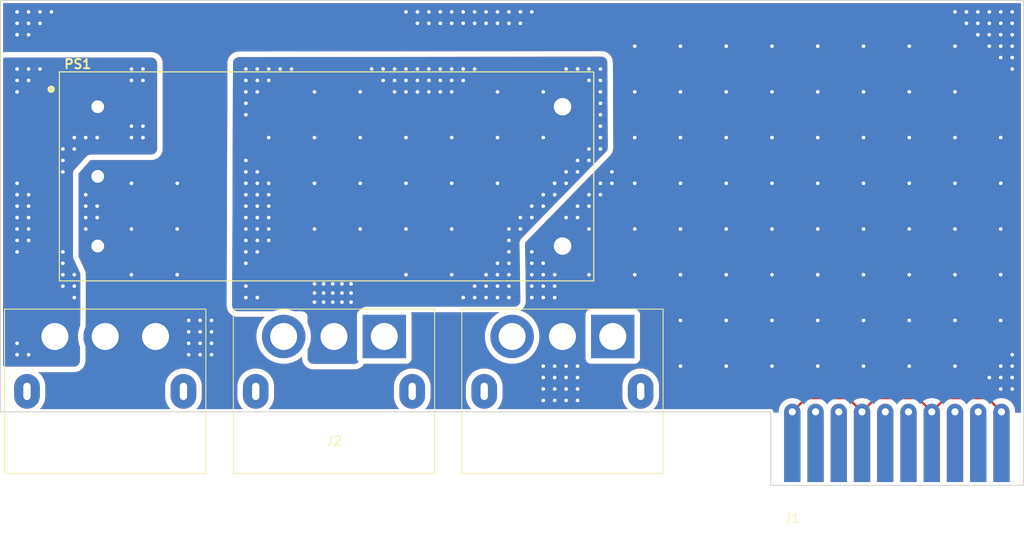
<source format=kicad_pcb>
(kicad_pcb (version 20240108) (generator "pcbnew") (generator_version "8.0")
  (layers (0 "F.Cu" signal) (31 "B.Cu" signal) (34 "B.Paste" user) (35 "F.Paste" user) (36 "B.SilkS" user "B.Silkscreen") (37 "F.SilkS" user "F.Silkscreen") (38 "B.Mask" user) (39 "F.Mask" user) (44 "Edge.Cuts" user))
  (net 0 "")
  (net 1 "GND1")
  (net 6 "/48v")
  (net 8 "GND2")
  (net 11 "/12v_2")
  (footprint "2024-power:Murata DCE0133V2NBC" (layer "F.Cu") (at 92.12 62.815)
    (property "Reference" "PS1" (at 2 -0.85 0) (layer "F.SilkS") (effects (font (thickness 0.2) (bold yes))))
    (property "Value" "DCE0133V2NBC")
    (fp_rect (start 0 22.86) (end 58.4 0) (stroke (width 0.12)) (fill none) (layer "F.SilkS"))
    (fp_circle (center -0.9 1.9) (end -0.7 1.9) (stroke (width 0.4)) (fill none) (layer "F.SilkS"))
    (pad "1" thru_hole rect (at 4.19 3.81) (size 2.1 2.1) (drill 1.4) (layers "*.Cu" "*.Mask") (net 6 "/48v"))
    (pad "2" thru_hole circle (at 4.19 11.43) (size 2.1 2.1) (drill 1.4) (layers "*.Cu" "*.Mask") (net 8 "GND2"))
    (pad "3" thru_hole circle (at 4.19 19.05) (size 2.1 2.1) (drill 1.4) (layers "*.Cu" "*.Mask") (net 8 "GND2"))
    (pad "4" thru_hole circle (at 54.99 19.05) (size 2.61 2.61) (drill 1.91) (layers "*.Cu" "*.Mask") (net 8 "GND2"))
    (pad "8" thru_hole circle (at 54.99 3.81) (size 2.61 2.61) (drill 1.91) (layers "*.Cu" "*.Mask") (net 11 "/12v_2"))
  )
  (footprint "2024-backplane:MR60PW-M_X3" (layer "F.Cu") (at 122.13 91.76)
    (property "Reference" "J2" (at 0 11.43 0) (layer "F.SilkS") (effects (font (thickness 0.1))))
    (property "Value" "~")
    (fp_rect (start -36 -3) (end -14 15) (stroke (width 0.1)) (fill none) (layer "F.SilkS"))
    (fp_rect (start -11 -3) (end 11 15) (stroke (width 0.1)) (fill none) (layer "F.SilkS"))
    (fp_rect (start 13.97 -3) (end 35.97 15) (stroke (width 0.1)) (fill none) (layer "F.SilkS"))
    (pad "" thru_hole oval (at -33.55 6) (size 2.8 3.8) (drill oval 0.8 1.9) (layers "*.Cu" "*.Mask"))
    (pad "" thru_hole oval (at -16.45 6) (size 2.8 3.8) (drill oval 0.8 1.9) (layers "*.Cu" "*.Mask"))
    (pad "" thru_hole oval (at -8.55 6) (size 2.8 3.8) (drill oval 0.8 1.9) (layers "*.Cu" "*.Mask"))
    (pad "" thru_hole oval (at 8.55 6) (size 2.8 3.8) (drill oval 0.8 1.9) (layers "*.Cu" "*.Mask"))
    (pad "" thru_hole oval (at 16.42 6) (size 2.8 3.8) (drill oval 0.8 1.9) (layers "*.Cu" "*.Mask"))
    (pad "" thru_hole oval (at 33.52 6) (size 2.8 3.8) (drill oval 0.8 1.9) (layers "*.Cu" "*.Mask"))
    (pad "1" thru_hole circle (at -30.5 0) (size 4.75 4.75) (drill 2.95) (layers "*.Cu" "*.Mask") (net 6 "/48v"))
    (pad "2" thru_hole circle (at -25 0) (size 4.75 4.75) (drill 2.95) (layers "*.Cu" "*.Mask") (net 8 "GND2"))
    (pad "3" thru_hole rect (at -19.5 0) (size 4.75 4.75) (drill 2.95) (layers "*.Cu" "*.Mask") (net 8 "GND2"))
    (pad "4" thru_hole circle (at -5.5 0) (size 4.75 4.75) (drill 2.95) (layers "*.Cu" "*.Mask"))
    (pad "5" thru_hole circle (at 0 0) (size 4.75 4.75) (drill 2.95) (layers "*.Cu" "*.Mask") (net 11 "/12v_2"))
    (pad "6" thru_hole rect (at 5.5 0) (size 4.75 4.75) (drill 2.95) (layers "*.Cu" "*.Mask"))
    (pad "7" thru_hole circle (at 19.47 0) (size 4.75 4.75) (drill 2.95) (layers "*.Cu" "*.Mask"))
    (pad "8" thru_hole circle (at 24.97 0) (size 4.75 4.75) (drill 2.95) (layers "*.Cu" "*.Mask") (net 8 "GND2"))
    (pad "9" thru_hole rect (at 30.47 0) (size 4.75 4.75) (drill 2.95) (layers "*.Cu" "*.Mask"))
  )
  (footprint "2024-backplane:CardEdge_2x10" (layer "F.Cu") (at 172.22 104)
    (property "Reference" "J1" (at 0 7.62 0) (layer "F.SilkS") (effects (font (thickness 0.1))))
    (property "Value" "Conn_01x10_Pin")
    (pad "1" thru_hole circle (at 0 -4 180) (size 1.78 1.78) (drill 0.78) (layers "*.Cu" "*.Mask") (net 1 "GND1"))
    (pad "1" smd rect (at 0 -0.17 180) (size 1.78 7.7) (layers "F.Cu" "F.Paste" "F.Mask") (net 1 "GND1"))
    (pad "1" smd rect (at 0 -0.17) (size 1.78 7.7) (layers "B.Cu" "B.Paste" "B.Mask") (net 1 "GND1"))
    (pad "2" thru_hole circle (at 2.54 -4 180) (size 1.78 1.78) (drill 0.78) (layers "*.Cu" "*.Mask"))
    (pad "2" smd rect (at 2.54 -0.17 180) (size 1.78 7.7) (layers "F.Cu" "F.Paste" "F.Mask"))
    (pad "2" smd rect (at 2.54 -0.17) (size 1.78 7.7) (layers "B.Cu" "B.Paste" "B.Mask"))
    (pad "3" thru_hole circle (at 5.08 -4 180) (size 1.78 1.78) (drill 0.78) (layers "*.Cu" "*.Mask"))
    (pad "3" smd rect (at 5.08 -0.17 180) (size 1.78 7.7) (layers "F.Cu" "F.Paste" "F.Mask"))
    (pad "3" smd rect (at 5.08 -0.17) (size 1.78 7.7) (layers "B.Cu" "B.Paste" "B.Mask"))
    (pad "4" thru_hole circle (at 7.62 -4 180) (size 1.78 1.78) (drill 0.78) (layers "*.Cu" "*.Mask") (net 1 "GND1"))
    (pad "4" smd rect (at 7.62 -0.17 180) (size 1.78 7.7) (layers "F.Cu" "F.Paste" "F.Mask") (net 1 "GND1"))
    (pad "4" smd rect (at 7.62 -0.17) (size 1.78 7.7) (layers "B.Cu" "B.Paste" "B.Mask") (net 1 "GND1"))
    (pad "5" thru_hole circle (at 10.16 -4 180) (size 1.78 1.78) (drill 0.78) (layers "*.Cu" "*.Mask"))
    (pad "5" smd rect (at 10.16 -0.17 180) (size 1.78 7.7) (layers "F.Cu" "F.Paste" "F.Mask"))
    (pad "5" smd rect (at 10.16 -0.17) (size 1.78 7.7) (layers "B.Cu" "B.Paste" "B.Mask"))
    (pad "6" thru_hole circle (at 12.7 -4 180) (size 1.78 1.78) (drill 0.78) (layers "*.Cu" "*.Mask"))
    (pad "6" smd rect (at 12.7 -0.17 180) (size 1.78 7.7) (layers "F.Cu" "F.Paste" "F.Mask"))
    (pad "6" smd rect (at 12.7 -0.17) (size 1.78 7.7) (layers "B.Cu" "B.Paste" "B.Mask"))
    (pad "7" thru_hole circle (at 15.24 -4 180) (size 1.78 1.78) (drill 0.78) (layers "*.Cu" "*.Mask") (net 1 "GND1"))
    (pad "7" smd rect (at 15.24 -0.17 180) (size 1.78 7.7) (layers "F.Cu" "F.Paste" "F.Mask") (net 1 "GND1"))
    (pad "7" smd rect (at 15.24 -0.17) (size 1.78 7.7) (layers "B.Cu" "B.Paste" "B.Mask") (net 1 "GND1"))
    (pad "8" thru_hole circle (at 17.78 -4 180) (size 1.78 1.78) (drill 0.78) (layers "*.Cu" "*.Mask"))
    (pad "8" smd rect (at 17.78 -0.17 180) (size 1.78 7.7) (layers "F.Cu" "F.Paste" "F.Mask"))
    (pad "8" smd rect (at 17.78 -0.17) (size 1.78 7.7) (layers "B.Cu" "B.Paste" "B.Mask"))
    (pad "9" thru_hole circle (at 20.32 -4 180) (size 1.78 1.78) (drill 0.78) (layers "*.Cu" "*.Mask"))
    (pad "9" smd rect (at 20.32 -0.17 180) (size 1.78 7.7) (layers "F.Cu" "F.Paste" "F.Mask"))
    (pad "9" smd rect (at 20.32 -0.17) (size 1.78 7.7) (layers "B.Cu" "B.Paste" "B.Mask"))
    (pad "10" thru_hole circle (at 22.86 -4 180) (size 1.78 1.78) (drill 0.78) (layers "*.Cu" "*.Mask") (net 1 "GND1"))
    (pad "10" smd rect (at 22.86 -0.17 180) (size 1.78 7.7) (layers "F.Cu" "F.Paste" "F.Mask") (net 1 "GND1"))
    (pad "10" smd rect (at 22.86 -0.17) (size 1.78 7.7) (layers "B.Cu" "B.Paste" "B.Mask") (net 1 "GND1"))
  )
  (gr_line (start 197.5 108.042) (end 169.86 108.042) (stroke (width 0.1)) (layer "Edge.Cuts"))
  (gr_line (start 197.5 108.042) (end 197.5 100) (stroke (width 0.1)) (layer "Edge.Cuts"))
  (gr_line (start 85.68 100) (end 85.68 55) (stroke (width 0.1)) (layer "Edge.Cuts"))
  (gr_line (start 85.68 55) (end 197.5 55) (stroke (width 0.1)) (layer "Edge.Cuts"))
  (gr_line (start 169.86 100) (end 85.68 100) (stroke (width 0.1)) (layer "Edge.Cuts"))
  (gr_line (start 197.5 100) (end 197.5 55) (stroke (width 0.1)) (layer "Edge.Cuts"))
  (gr_line (start 169.86 108.042) (end 169.86 100) (stroke (width 0.1)) (layer "Edge.Cuts"))
  (segment (start 193.58 98.5) (end 188.96 98.5) (width 0.25) (layer "F.Cu") (net 1))
  (segment (start 188.96 98.5) (end 187.46 100) (width 0.25) (layer "F.Cu") (net 1))
  (segment (start 185.96 98.5) (end 181.34 98.5) (width 0.25) (layer "F.Cu") (net 1))
  (segment (start 179.84 100) (end 178.34 98.5) (width 0.25) (layer "F.Cu") (net 1))
  (segment (start 195.08 100) (end 193.58 98.5) (width 0.25) (layer "F.Cu") (net 1))
  (segment (start 173.72 98.5) (end 172.22 100) (width 0.25) (layer "F.Cu") (net 1))
  (segment (start 187.46 100) (end 185.96 98.5) (width 0.25) (layer "F.Cu") (net 1))
  (segment (start 178.34 98.5) (end 173.72 98.5) (width 0.25) (layer "F.Cu") (net 1))
  (segment (start 181.34 98.5) (end 179.84 100) (width 0.25) (layer "F.Cu") (net 1))
  (via (at 88.75 63.75) (size 0.8) (drill 0.4) (layers "F.Cu" "B.Cu") (net 6))
  (via (at 92.5 86.25) (size 0.8) (drill 0.4) (layers "F.Cu" "B.Cu") (net 6))
  (via (at 93.75 71.25) (size 0.8) (drill 0.4) (layers "F.Cu" "B.Cu") (net 6))
  (via (at 88.75 78.75) (size 0.8) (drill 0.4) (layers "F.Cu" "B.Cu") (net 6))
  (via (at 88.75 77.5) (size 0.8) (drill 0.4) (layers "F.Cu" "B.Cu") (net 6))
  (via (at 87.5 93.75) (size 0.8) (drill 0.4) (layers "F.Cu" "B.Cu") (net 6))
  (via (at 87.5 76.25) (size 0.8) (drill 0.4) (layers "F.Cu" "B.Cu") (net 6))
  (via (at 101.25 68.75) (size 0.8) (drill 0.4) (layers "F.Cu" "B.Cu") (net 6))
  (via (at 100 63.75) (size 0.8) (drill 0.4) (layers "F.Cu" "B.Cu") (net 6))
  (via (at 87.5 65) (size 0.8) (drill 0.4) (layers "F.Cu" "B.Cu") (net 6))
  (via (at 88.75 76.25) (size 0.8) (drill 0.4) (layers "F.Cu" "B.Cu") (net 6))
  (via (at 101.25 62.5) (size 0.8) (drill 0.4) (layers "F.Cu" "B.Cu") (net 6))
  (via (at 92.5 82.5) (size 0.8) (drill 0.4) (layers "F.Cu" "B.Cu") (net 6))
  (via (at 87.5 77.5) (size 0.8) (drill 0.4) (layers "F.Cu" "B.Cu") (net 6))
  (via (at 87.5 75) (size 0.8) (drill 0.4) (layers "F.Cu" "B.Cu") (net 6))
  (via (at 90 62.5) (size 0.8) (drill 0.4) (layers "F.Cu" "B.Cu") (net 6))
  (via (at 93.75 70) (size 0.8) (drill 0.4) (layers "F.Cu" "B.Cu") (net 6))
  (via (at 93.75 87.5) (size 0.8) (drill 0.4) (layers "F.Cu" "B.Cu") (net 6))
  (via (at 88.75 93.75) (size 0.8) (drill 0.4) (layers "F.Cu" "B.Cu") (net 6))
  (via (at 101.25 70) (size 0.8) (drill 0.4) (layers "F.Cu" "B.Cu") (net 6))
  (via (at 87.5 63.75) (size 0.8) (drill 0.4) (layers "F.Cu" "B.Cu") (net 6))
  (via (at 95 70) (size 0.8) (drill 0.4) (layers "F.Cu" "B.Cu") (net 6))
  (via (at 87.5 78.75) (size 0.8) (drill 0.4) (layers "F.Cu" "B.Cu") (net 6))
  (via (at 88.75 62.5) (size 0.8) (drill 0.4) (layers "F.Cu" "B.Cu") (net 6))
  (via (at 87.5 81.25) (size 0.8) (drill 0.4) (layers "F.Cu" "B.Cu") (net 6))
  (via (at 87.5 80) (size 0.8) (drill 0.4) (layers "F.Cu" "B.Cu") (net 6))
  (via (at 92.5 73.75) (size 0.8) (drill 0.4) (layers "F.Cu" "B.Cu") (net 6))
  (via (at 96.25 70) (size 0.8) (drill 0.4) (layers "F.Cu" "B.Cu") (net 6))
  (via (at 88.75 80) (size 0.8) (drill 0.4) (layers "F.Cu" "B.Cu") (net 6))
  (via (at 87.5 82.5) (size 0.8) (drill 0.4) (layers "F.Cu" "B.Cu") (net 6))
  (via (at 87.5 62.5) (size 0.8) (drill 0.4) (layers "F.Cu" "B.Cu") (net 6))
  (via (at 92.5 72.5) (size 0.8) (drill 0.4) (layers "F.Cu" "B.Cu") (net 6))
  (via (at 100 62.5) (size 0.8) (drill 0.4) (layers "F.Cu" "B.Cu") (net 6))
  (via (at 92.5 85) (size 0.8) (drill 0.4) (layers "F.Cu" "B.Cu") (net 6))
  (via (at 100 70) (size 0.8) (drill 0.4) (layers "F.Cu" "B.Cu") (net 6))
  (via (at 93.75 85) (size 0.8) (drill 0.4) (layers "F.Cu" "B.Cu") (net 6))
  (via (at 92.5 71.25) (size 0.8) (drill 0.4) (layers "F.Cu" "B.Cu") (net 6))
  (via (at 93.75 86.25) (size 0.8) (drill 0.4) (layers "F.Cu" "B.Cu") (net 6))
  (via (at 87.5 92.5) (size 0.8) (drill 0.4) (layers "F.Cu" "B.Cu") (net 6))
  (via (at 100 68.75) (size 0.8) (drill 0.4) (layers "F.Cu" "B.Cu") (net 6))
  (via (at 88.75 81.25) (size 0.8) (drill 0.4) (layers "F.Cu" "B.Cu") (net 6))
  (via (at 92.5 83.75) (size 0.8) (drill 0.4) (layers "F.Cu" "B.Cu") (net 6))
  (via (at 101.25 63.75) (size 0.8) (drill 0.4) (layers "F.Cu" "B.Cu") (net 6))
  (via (at 196.25 97.5) (size 0.8) (drill 0.4) (layers "F.Cu" "B.Cu") (net 8))
  (via (at 190 95) (size 0.8) (drill 0.4) (layers "F.Cu" "B.Cu") (net 8))
  (via (at 150 77.5) (size 0.8) (drill 0.4) (layers "F.Cu" "B.Cu") (net 8))
  (via (at 150 80) (size 0.8) (drill 0.4) (layers "F.Cu" "B.Cu") (net 8))
  (via (at 145 97.5) (size 0.8) (drill 0.4) (layers "F.Cu" "B.Cu") (net 8))
  (via (at 196.25 58.75) (size 0.8) (drill 0.4) (layers "F.Cu" "B.Cu") (net 8))
  (via (at 106.25 90) (size 0.8) (drill 0.4) (layers "F.Cu" "B.Cu") (net 8))
  (via (at 196.25 62.5) (size 0.8) (drill 0.4) (layers "F.Cu" "B.Cu") (net 8))
  (via (at 146.25 85) (size 0.8) (drill 0.4) (layers "F.Cu" "B.Cu") (net 8))
  (via (at 147.5 98.75) (size 0.8) (drill 0.4) (layers "F.Cu" "B.Cu") (net 8))
  (via (at 195 97.5) (size 0.8) (drill 0.4) (layers "F.Cu" "B.Cu") (net 8))
  (via (at 185 65) (size 0.8) (drill 0.4) (layers "F.Cu" "B.Cu") (net 8))
  (via (at 146.25 97.5) (size 0.8) (drill 0.4) (layers "F.Cu" "B.Cu") (net 8))
  (via (at 142.5 56.25) (size 0.8) (drill 0.4) (layers "F.Cu" "B.Cu") (net 8))
  (via (at 195 90) (size 0.8) (drill 0.4) (layers "F.Cu" "B.Cu") (net 8))
  (via (at 160 65) (size 0.8) (drill 0.4) (layers "F.Cu" "B.Cu") (net 8))
  (via (at 190 56.25) (size 0.8) (drill 0.4) (layers "F.Cu" "B.Cu") (net 8))
  (via (at 108.75 90) (size 0.8) (drill 0.4) (layers "F.Cu" "B.Cu") (net 8))
  (via (at 148.75 96.25) (size 0.8) (drill 0.4) (layers "F.Cu" "B.Cu") (net 8))
  (via (at 141.25 56.25) (size 0.8) (drill 0.4) (layers "F.Cu" "B.Cu") (net 8))
  (via (at 152.5 73.75) (size 0.8) (drill 0.4) (layers "F.Cu" "B.Cu") (net 8))
  (via (at 90 56.25) (size 0.8) (drill 0.4) (layers "F.Cu" "B.Cu") (net 8))
  (via (at 180 60) (size 0.8) (drill 0.4) (layers "F.Cu" "B.Cu") (net 8))
  (via (at 136.25 56.25) (size 0.8) (drill 0.4) (layers "F.Cu" "B.Cu") (net 8))
  (via (at 190 85) (size 0.8) (drill 0.4) (layers "F.Cu" "B.Cu") (net 8))
  (via (at 180 70) (size 0.8) (drill 0.4) (layers "F.Cu" "B.Cu") (net 8))
  (via (at 108.75 92.5) (size 0.8) (drill 0.4) (layers "F.Cu" "B.Cu") (net 8))
  (via (at 160 80) (size 0.8) (drill 0.4) (layers "F.Cu" "B.Cu") (net 8))
  (via (at 196.25 95) (size 0.8) (drill 0.4) (layers "F.Cu" "B.Cu") (net 8))
  (via (at 193.75 57.5) (size 0.8) (drill 0.4) (layers "F.Cu" "B.Cu") (net 8))
  (via (at 165 75) (size 0.8) (drill 0.4) (layers "F.Cu" "B.Cu") (net 8))
  (via (at 165 65) (size 0.8) (drill 0.4) (layers "F.Cu" "B.Cu") (net 8))
  (via (at 190 80) (size 0.8) (drill 0.4) (layers "F.Cu" "B.Cu") (net 8))
  (via (at 146.25 96.25) (size 0.8) (drill 0.4) (layers "F.Cu" "B.Cu") (net 8))
  (via (at 196.25 57.5) (size 0.8) (drill 0.4) (layers "F.Cu" "B.Cu") (net 8))
  (via (at 196.25 93.75) (size 0.8) (drill 0.4) (layers "F.Cu" "B.Cu") (net 8))
  (via (at 170 95) (size 0.8) (drill 0.4) (layers "F.Cu" "B.Cu") (net 8))
  (via (at 195 96.25) (size 0.8) (drill 0.4) (layers "F.Cu" "B.Cu") (net 8))
  (via (at 143.75 56.25) (size 0.8) (drill 0.4) (layers "F.Cu" "B.Cu") (net 8))
  (via (at 136.25 57.5) (size 0.8) (drill 0.4) (layers "F.Cu" "B.Cu") (net 8))
  (via (at 170 65) (size 0.8) (drill 0.4) (layers "F.Cu" "B.Cu") (net 8))
  (via (at 180 90) (size 0.8) (drill 0.4) (layers "F.Cu" "B.Cu") (net 8))
  (via (at 160 90) (size 0.8) (drill 0.4) (layers "F.Cu" "B.Cu") (net 8))
  (via (at 107.5 92.5) (size 0.8) (drill 0.4) (layers "F.Cu" "B.Cu") (net 8))
  (via (at 87.5 58.75) (size 0.8) (drill 0.4) (layers "F.Cu" "B.Cu") (net 8))
  (via (at 195 75) (size 0.8) (drill 0.4) (layers "F.Cu" "B.Cu") (net 8))
  (via (at 135 56.25) (size 0.8) (drill 0.4) (layers "F.Cu" "B.Cu") (net 8))
  (via (at 141.25 57.5) (size 0.8) (drill 0.4) (layers "F.Cu" "B.Cu") (net 8))
  (via (at 143.75 87.5) (size 0.8) (drill 0.4) (layers "F.Cu" "B.Cu") (net 8))
  (via (at 195 60) (size 0.8) (drill 0.4) (layers "F.Cu" "B.Cu") (net 8))
  (via (at 195 56.25) (size 0.8) (drill 0.4) (layers "F.Cu" "B.Cu") (net 8))
  (via (at 147.5 78.75) (size 0.8) (drill 0.4) (layers "F.Cu" "B.Cu") (net 8))
  (via (at 100 75) (size 0.8) (drill 0.4) (layers "F.Cu" "B.Cu") (net 8))
  (via (at 160 85) (size 0.8) (drill 0.4) (layers "F.Cu" "B.Cu") (net 8))
  (via (at 155 65) (size 0.8) (drill 0.4) (layers "F.Cu" "B.Cu") (net 8))
  (via (at 88.75 58.75) (size 0.8) (drill 0.4) (layers "F.Cu" "B.Cu") (net 8))
  (via (at 150 76.25) (size 0.8) (drill 0.4) (layers "F.Cu" "B.Cu") (net 8))
  (via (at 140 57.5) (size 0.8) (drill 0.4) (layers "F.Cu" "B.Cu") (net 8))
  (via (at 190 65) (size 0.8) (drill 0.4) (layers "F.Cu" "B.Cu") (net 8))
  (via (at 135 57.5) (size 0.8) (drill 0.4) (layers "F.Cu" "B.Cu") (net 8))
  (via (at 160 95) (size 0.8) (drill 0.4) (layers "F.Cu" "B.Cu") (net 8))
  (via (at 185 90) (size 0.8) (drill 0.4) (layers "F.Cu" "B.Cu") (net 8))
  (via (at 185 85) (size 0.8) (drill 0.4) (layers "F.Cu" "B.Cu") (net 8))
  (via (at 193.75 60) (size 0.8) (drill 0.4) (layers "F.Cu" "B.Cu") (net 8))
  (via (at 95 77.5) (size 0.8) (drill 0.4) (layers "F.Cu" "B.Cu") (net 8))
  (via (at 143.75 86.25) (size 0.8) (drill 0.4) (layers "F.Cu" "B.Cu") (net 8))
  (via (at 88.75 56.25) (size 0.8) (drill 0.4) (layers "F.Cu" "B.Cu") (net 8))
  (via (at 160 75) (size 0.8) (drill 0.4) (layers "F.Cu" "B.Cu") (net 8))
  (via (at 196.25 96.25) (size 0.8) (drill 0.4) (layers "F.Cu" "B.Cu") (net 8))
  (via (at 107.5 93.75) (size 0.8) (drill 0.4) (layers "F.Cu" "B.Cu") (net 8))
  (via (at 195 95) (size 0.8) (drill 0.4) (layers "F.Cu" "B.Cu") (net 8))
  (via (at 175 75) (size 0.8) (drill 0.4) (layers "F.Cu" "B.Cu") (net 8))
  (via (at 185 80) (size 0.8) (drill 0.4) (layers "F.Cu" "B.Cu") (net 8))
  (via (at 140 56.25) (size 0.8) (drill 0.4) (layers "F.Cu" "B.Cu") (net 8))
  (via (at 193.75 58.75) (size 0.8) (drill 0.4) (layers "F.Cu" "B.Cu") (net 8))
  (via (at 170 70) (size 0.8) (drill 0.4) (layers "F.Cu" "B.Cu") (net 8))
  (via (at 191.25 56.25) (size 0.8) (drill 0.4) (layers "F.Cu" "B.Cu") (net 8))
  (via (at 180 75) (size 0.8) (drill 0.4) (layers "F.Cu" "B.Cu") (net 8))
  (via (at 133.75 57.5) (size 0.8) (drill 0.4) (layers "F.Cu" "B.Cu") (net 8))
  (via (at 131.25 56.25) (size 0.8) (drill 0.4) (layers "F.Cu" "B.Cu") (net 8))
  (via (at 175 70) (size 0.8) (drill 0.4) (layers "F.Cu" "B.Cu") (net 8))
  (via (at 165 90) (size 0.8) (drill 0.4) (layers "F.Cu" "B.Cu") (net 8))
  (via (at 165 95) (size 0.8) (drill 0.4) (layers "F.Cu" "B.Cu") (net 8))
  (via (at 108.75 91.25) (size 0.8) (drill 0.4) (layers "F.Cu" "B.Cu") (net 8))
  (via (at 100 85) (size 0.8) (drill 0.4) (layers "F.Cu" "B.Cu") (net 8))
  (via (at 100 80) (size 0.8) (drill 0.4) (layers "F.Cu" "B.Cu") (net 8))
  (via (at 195 80) (size 0.8) (drill 0.4) (layers "F.Cu" "B.Cu") (net 8))
  (via (at 95 80) (size 0.8) (drill 0.4) (layers "F.Cu" "B.Cu") (net 8))
  (via (at 95 76.25) (size 0.8) (drill 0.4) (layers "F.Cu" "B.Cu") (net 8))
  (via (at 165 85) (size 0.8) (drill 0.4) (layers "F.Cu" "B.Cu") (net 8))
  (via (at 150 85) (size 0.8) (drill 0.4) (layers "F.Cu" "B.Cu") (net 8))
  (via (at 96.25 77.5) (size 0.8) (drill 0.4) (layers "F.Cu" "B.Cu") (net 8))
  (via (at 196.25 56.25) (size 0.8) (drill 0.4) (layers "F.Cu" "B.Cu") (net 8))
  (via (at 145 83.75) (size 0.8) (drill 0.4) (layers "F.Cu" "B.Cu") (net 8))
  (via (at 148.75 95) (size 0.8) (drill 0.4) (layers "F.Cu" "B.Cu") (net 8))
  (via (at 180 85) (size 0.8) (drill 0.4) (layers "F.Cu" "B.Cu") (net 8))
  (via (at 195 85) (size 0.8) (drill 0.4) (layers "F.Cu" "B.Cu") (net 8))
  (via (at 165 70) (size 0.8) (drill 0.4) (layers "F.Cu" "B.Cu") (net 8))
  (via (at 133.75 56.25) (size 0.8) (drill 0.4) (layers "F.Cu" "B.Cu") (net 8))
  (via (at 195 70) (size 0.8) (drill 0.4) (layers "F.Cu" "B.Cu") (net 8))
  (via (at 132.5 57.5) (size 0.8) (drill 0.4) (layers "F.Cu" "B.Cu") (net 8))
  (via (at 196.25 60) (size 0.8) (drill 0.4) (layers "F.Cu" "B.Cu") (net 8))
  (via (at 175 85) (size 0.8) (drill 0.4) (layers "F.Cu" "B.Cu") (net 8))
  (via (at 147.5 95) (size 0.8) (drill 0.4) (layers "F.Cu" "B.Cu") (net 8))
  (via (at 180 65) (size 0.8) (drill 0.4) (layers "F.Cu" "B.Cu") (net 8))
  (via (at 137.5 56.25) (size 0.8) (drill 0.4) (layers "F.Cu" "B.Cu") (net 8))
  (via (at 160 70) (size 0.8) (drill 0.4) (layers "F.Cu" "B.Cu") (net 8))
  (via (at 170 75) (size 0.8) (drill 0.4) (layers "F.Cu" "B.Cu") (net 8))
  (via (at 160 60) (size 0.8) (drill 0.4) (layers "F.Cu" "B.Cu") (net 8))
  (via (at 87.5 56.25) (size 0.8) (drill 0.4) (layers "F.Cu" "B.Cu") (net 8))
  (via (at 185 60) (size 0.8) (drill 0.4) (layers "F.Cu" "B.Cu") (net 8))
  (via (at 131.25 57.5) (size 0.8) (drill 0.4) (layers "F.Cu" "B.Cu") (net 8))
  (via (at 148.75 97.5) (size 0.8) (drill 0.4) (layers "F.Cu" "B.Cu") (net 8))
  (via (at 165 60) (size 0.8) (drill 0.4) (layers "F.Cu" "B.Cu") (net 8))
  (via (at 170 85) (size 0.8) (drill 0.4) (layers "F.Cu" "B.Cu") (net 8))
  (via (at 148.75 78.75) (size 0.8) (drill 0.4) (layers "F.Cu" "B.Cu") (net 8))
  (via (at 88.75 57.5) (size 0.8) (drill 0.4) (layers "F.Cu" "B.Cu") (net 8))
  (via (at 196.25 61.25) (size 0.8) (drill 0.4) (layers "F.Cu" "B.Cu") (net 8))
  (via (at 147.5 96.25) (size 0.8) (drill 0.4) (layers "F.Cu" "B.Cu") (net 8))
  (via (at 195 61.25) (size 0.8) (drill 0.4) (layers "F.Cu" "B.Cu") (net 8))
  (via (at 185 95) (size 0.8) (drill 0.4) (layers "F.Cu" "B.Cu") (net 8))
  (via (at 193.75 56.25) (size 0.8) (drill 0.4) (layers "F.Cu" "B.Cu") (net 8))
  (via (at 90 57.5) (size 0.8) (drill 0.4) (layers "F.Cu" "B.Cu") (net 8))
  (via (at 145 96.25) (size 0.8) (drill 0.4) (layers "F.Cu" "B.Cu") (net 8))
  (via (at 155 80) (size 0.8) (drill 0.4) (layers "F.Cu" "B.Cu") (net 8))
  (via (at 95 78.75) (size 0.8) (drill 0.4) (layers "F.Cu" "B.Cu") (net 8))
  (via (at 193.75 96.25) (size 0.8) (drill 0.4) (layers "F.Cu" "B.Cu") (net 8))
  (via (at 190 60) (size 0.8) (drill 0.4) (layers "F.Cu" "B.Cu") (net 8))
  (via (at 143.75 85) (size 0.8) (drill 0.4) (layers "F.Cu" "B.Cu") (net 8))
  (via (at 180 80) (size 0.8) (drill 0.4) (layers "F.Cu" "B.Cu") (net 8))
  (via (at 195 57.5) (size 0.8) (drill 0.4) (layers "F.Cu" "B.Cu") (net 8))
  (via (at 155 75) (size 0.8) (drill 0.4) (layers "F.Cu" "B.Cu") (net 8))
  (via (at 142.5 57.5) (size 0.8) (drill 0.4) (layers "F.Cu" "B.Cu") (net 8))
  (via (at 146.25 87.5) (size 0.8) (drill 0.4) (layers "F.Cu" "B.Cu") (net 8))
  (via (at 175 60) (size 0.8) (drill 0.4) (layers "F.Cu" "B.Cu") (net 8))
  (via (at 105 75) (size 0.8) (drill 0.4) (layers "F.Cu" "B.Cu") (net 8))
  (via (at 185 75) (size 0.8) (drill 0.4) (layers "F.Cu" "B.Cu") (net 8))
  (via (at 185 70) (size 0.8) (drill 0.4) (layers "F.Cu" "B.Cu") (net 8))
  (via (at 137.5 57.5) (size 0.8) (drill 0.4) (layers "F.Cu" "B.Cu") (net 8))
  (via (at 192.5 58.75) (size 0.8) (drill 0.4) (layers "F.Cu" "B.Cu") (net 8))
  (via (at 190 90) (size 0.8) (drill 0.4) (layers "F.Cu" "B.Cu") (net 8))
  (via (at 190 70) (size 0.8) (drill 0.4) (layers "F.Cu" "B.Cu") (net 8))
  (via (at 107.5 90) (size 0.8) (drill 0.4) (layers "F.Cu" "B.Cu") (net 8))
  (via (at 145 95) (size 0.8) (drill 0.4) (layers "F.Cu" "B.Cu") (net 8))
  (via (at 192.5 57.5) (size 0.8) (drill 0.4) (layers "F.Cu" "B.Cu") (net 8))
  (via (at 138.75 57.5) (size 0.8) (drill 0.4) (layers "F.Cu" "B.Cu") (net 8))
  (via (at 151.25 76.25) (size 0.8) (drill 0.4) (layers "F.Cu" "B.Cu") (net 8))
  (via (at 175 95) (size 0.8) (drill 0.4) (layers "F.Cu" "B.Cu") (net 8))
  (via (at 143.75 83.75) (size 0.8) (drill 0.4) (layers "F.Cu" "B.Cu") (net 8))
  (via (at 190 75) (size 0.8) (drill 0.4) (layers "F.Cu" "B.Cu") (net 8))
  (via (at 132.5 56.25) (size 0.8) (drill 0.4) (layers "F.Cu" "B.Cu") (net 8))
  (via (at 155 60) (size 0.8) (drill 0.4) (layers "F.Cu" "B.Cu") (net 8))
  (via (at 96.25 78.75) (size 0.8) (drill 0.4) (layers "F.Cu" "B.Cu") (net 8))
  (via (at 180 95) (size 0.8) (drill 0.4) (layers "F.Cu" "B.Cu") (net 8))
  (via (at 191.25 57.5) (size 0.8) (drill 0.4) (layers "F.Cu" "B.Cu") (net 8))
  (via (at 155 85) (size 0.8) (drill 0.4) (layers "F.Cu" "B.Cu") (net 8))
  (via (at 145 87.5) (size 0.8) (drill 0.4) (layers "F.Cu" "B.Cu") (net 8))
  (via (at 108.75 93.75) (size 0.8) (drill 0.4) (layers "F.Cu" "B.Cu") (net 8))
  (via (at 146.25 98.75) (size 0.8) (drill 0.4) (layers "F.Cu" "B.Cu") (net 8))
  (via (at 106.25 93.75) (size 0.8) (drill 0.4) (layers "F.Cu" "B.Cu") (net 8))
  (via (at 175 65) (size 0.8) (drill 0.4) (layers "F.Cu" "B.Cu") (net 8))
  (via (at 106.25 91.25) (size 0.8) (drill 0.4) (layers "F.Cu" "B.Cu") (net 8))
  (via (at 175 80) (size 0.8) (drill 0.4) (layers "F.Cu" "B.Cu") (net 8))
  (via (at 107.5 91.25) (size 0.8) (drill 0.4) (layers "F.Cu" "B.Cu") (net 8))
  (via (at 148.75 77.5) (size 0.8) (drill 0.4) (layers "F.Cu" "B.Cu") (net 8))
  (via (at 87.5 57.5) (size 0.8) (drill 0.4) (layers "F.Cu" "B.Cu") (net 8))
  (via (at 195 58.75) (size 0.8) (drill 0.4) (layers "F.Cu" "B.Cu") (net 8))
  (via (at 170 60) (size 0.8) (drill 0.4) (layers "F.Cu" "B.Cu") (net 8))
  (via (at 147.5 97.5) (size 0.8) (drill 0.4) (layers "F.Cu" "B.Cu") (net 8))
  (via (at 145 86.25) (size 0.8) (drill 0.4) (layers "F.Cu" "B.Cu") (net 8))
  (via (at 170 80) (size 0.8) (drill 0.4) (layers "F.Cu" "B.Cu") (net 8))
  (via (at 151.25 75) (size 0.8) (drill 0.4) (layers "F.Cu" "B.Cu") (net 8))
  (via (at 145 98.75) (size 0.8) (drill 0.4) (layers "F.Cu" "B.Cu") (net 8))
  (via (at 175 90) (size 0.8) (drill 0.4) (layers "F.Cu" "B.Cu") (net 8))
  (via (at 91.25 56.25) (size 0.8) (drill 0.4) (layers "F.Cu" "B.Cu") (net 8))
  (via (at 130 56.25) (size 0.8) (drill 0.4) (layers "F.Cu" "B.Cu") (net 8))
  (via (at 170 90) (size 0.8) (drill 0.4) (layers "F.Cu" "B.Cu") (net 8))
  (via (at 146.25 95) (size 0.8) (drill 0.4) (layers "F.Cu" "B.Cu") (net 8))
  (via (at 138.75 56.25) (size 0.8) (drill 0.4) (layers "F.Cu" "B.Cu") (net 8))
  (via (at 148.75 98.75) (size 0.8) (drill 0.4) (layers "F.Cu" "B.Cu") (net 8))
  (via (at 145 85) (size 0.8) (drill 0.4) (layers "F.Cu" "B.Cu") (net 8))
  (via (at 143.75 82.5) (size 0.8) (drill 0.4) (layers "F.Cu" "B.Cu") (net 8))
  (via (at 105 85) (size 0.8) (drill 0.4) (layers "F.Cu" "B.Cu") (net 8))
  (via (at 146.25 86.25) (size 0.8) (drill 0.4) (layers "F.Cu" "B.Cu") (net 8))
  (via (at 106.25 92.5) (size 0.8) (drill 0.4) (layers "F.Cu" "B.Cu") (net 8))
  (via (at 105 80) (size 0.8) (drill 0.4) (layers "F.Cu" "B.Cu") (net 8))
  (via (at 192.5 56.25) (size 0.8) (drill 0.4) (layers "F.Cu" "B.Cu") (net 8))
  (via (at 155 70) (size 0.8) (drill 0.4) (layers "F.Cu" "B.Cu") (net 8))
  (via (at 165 80) (size 0.8) (drill 0.4) (layers "F.Cu" "B.Cu") (net 8))
  (via (at 152.5 75) (size 0.8) (drill 0.4) (layers "F.Cu" "B.Cu") (net 8))
  (via (at 126.25 62.5) (size 0.8) (drill 0.4) (layers "F.Cu" "B.Cu") (net 11))
  (via (at 147.5 75) (size 0.8) (drill 0.4) (layers "F.Cu" "B.Cu") (net 11))
  (via (at 115 76.25) (size 0.8) (drill 0.4) (layers "F.Cu" "B.Cu") (net 11))
  (via (at 141.25 86.25) (size 0.8) (drill 0.4) (layers "F.Cu" "B.Cu") (net 11))
  (via (at 140 83.75) (size 0.8) (drill 0.4) (layers "F.Cu" "B.Cu") (net 11))
  (via (at 121 87) (size 0.8) (drill 0.4) (layers "F.Cu" "B.Cu") (net 11))
  (via (at 127.5 62.5) (size 0.8) (drill 0.4) (layers "F.Cu" "B.Cu") (net 11))
  (via (at 132.5 65) (size 0.8) (drill 0.4) (layers "F.Cu" "B.Cu") (net 11))
  (via (at 120 70) (size 0.8) (drill 0.4) (layers "F.Cu" "B.Cu") (net 11))
  (via (at 113.75 78.75) (size 0.8) (drill 0.4) (layers "F.Cu" "B.Cu") (net 11))
  (via (at 147.5 73.75) (size 0.8) (drill 0.4) (layers "F.Cu" "B.Cu") (net 11))
  (via (at 138.75 86.25) (size 0.8) (drill 0.4) (layers "F.Cu" "B.Cu") (net 11))
  (via (at 130 75) (size 0.8) (drill 0.4) (layers "F.Cu" "B.Cu") (net 11))
  (via (at 112.5 86.25) (size 0.8) (drill 0.4) (layers "F.Cu" "B.Cu") (net 11))
  (via (at 135 63.75) (size 0.8) (drill 0.4) (layers "F.Cu" "B.Cu") (net 11))
  (via (at 140 86.25) (size 0.8) (drill 0.4) (layers "F.Cu" "B.Cu") (net 11))
  (via (at 113.75 63.75) (size 0.8) (drill 0.4) (layers "F.Cu" "B.Cu") (net 11))
  (via (at 122 87) (size 0.8) (drill 0.4) (layers "F.Cu" "B.Cu") (net 11))
  (via (at 112.5 75) (size 0.8) (drill 0.4) (layers "F.Cu" "B.Cu") (net 11))
  (via (at 113.75 75) (size 0.8) (drill 0.4) (layers "F.Cu" "B.Cu") (net 11))
  (via (at 130 70) (size 0.8) (drill 0.4) (layers "F.Cu" "B.Cu") (net 11))
  (via (at 130 85) (size 0.8) (drill 0.4) (layers "F.Cu" "B.Cu") (net 11))
  (via (at 121 88) (size 0.8) (drill 0.4) (layers "F.Cu" "B.Cu") (net 11))
  (via (at 150 63.75) (size 0.8) (drill 0.4) (layers "F.Cu" "B.Cu") (net 11))
  (via (at 112.5 82.5) (size 0.8) (drill 0.4) (layers "F.Cu" "B.Cu") (net 11))
  (via (at 151.25 66.25) (size 0.8) (drill 0.4) (layers "F.Cu" "B.Cu") (net 11))
  (via (at 136.25 62.5) (size 0.8) (drill 0.4) (layers "F.Cu" "B.Cu") (net 11))
  (via (at 112.5 80) (size 0.8) (drill 0.4) (layers "F.Cu" "B.Cu") (net 11))
  (via (at 145 70) (size 0.8) (drill 0.4) (layers "F.Cu" "B.Cu") (net 11))
  (via (at 151.25 65) (size 0.8) (drill 0.4) (layers "F.Cu" "B.Cu") (net 11))
  (via (at 115 77.5) (size 0.8) (drill 0.4) (layers "F.Cu" "B.Cu") (net 11))
  (via (at 113.75 62.5) (size 0.8) (drill 0.4) (layers "F.Cu" "B.Cu") (net 11))
  (via (at 135 62.5) (size 0.8) (drill 0.4) (layers "F.Cu" "B.Cu") (net 11))
  (via (at 151.25 63.75) (size 0.8) (drill 0.4) (layers "F.Cu" "B.Cu") (net 11))
  (via (at 130 65) (size 0.8) (drill 0.4) (layers "F.Cu" "B.Cu") (net 11))
  (via (at 142.5 80) (size 0.8) (drill 0.4) (layers "F.Cu" "B.Cu") (net 11))
  (via (at 151.25 67.5) (size 0.8) (drill 0.4) (layers "F.Cu" "B.Cu") (net 11))
  (via (at 141.25 82.5) (size 0.8) (drill 0.4) (layers "F.Cu" "B.Cu") (net 11))
  (via (at 135 85) (size 0.8) (drill 0.4) (layers "F.Cu" "B.Cu") (net 11))
  (via (at 112.5 81.25) (size 0.8) (drill 0.4) (layers "F.Cu" "B.Cu") (net 11))
  (via (at 140 85) (size 0.8) (drill 0.4) (layers "F.Cu" "B.Cu") (net 11))
  (via (at 140 75) (size 0.8) (drill 0.4) (layers "F.Cu" "B.Cu") (net 11))
  (via (at 132.5 63.75) (size 0.8) (drill 0.4) (layers "F.Cu" "B.Cu") (net 11))
  (via (at 128.75 65) (size 0.8) (drill 0.4) (layers "F.Cu" "B.Cu") (net 11))
  (via (at 127.5 63.75) (size 0.8) (drill 0.4) (layers "F.Cu" "B.Cu") (net 11))
  (via (at 145 77.5) (size 0.8) (drill 0.4) (layers "F.Cu" "B.Cu") (net 11))
  (via (at 130 80) (size 0.8) (drill 0.4) (layers "F.Cu" "B.Cu") (net 11))
  (via (at 143.75 77.5) (size 0.8) (drill 0.4) (layers "F.Cu" "B.Cu") (net 11))
  (via (at 113.75 81.25) (size 0.8) (drill 0.4) (layers "F.Cu" "B.Cu") (net 11))
  (via (at 136.25 87.5) (size 0.8) (drill 0.4) (layers "F.Cu" "B.Cu") (net 11))
  (via (at 141.25 81.25) (size 0.8) (drill 0.4) (layers "F.Cu" "B.Cu") (net 11))
  (via (at 148.75 72.5) (size 0.8) (drill 0.4) (layers "F.Cu" "B.Cu") (net 11))
  (via (at 137.5 62.5) (size 0.8) (drill 0.4) (layers "F.Cu" "B.Cu") (net 11))
  (via (at 142.5 78.75) (size 0.8) (drill 0.4) (layers "F.Cu" "B.Cu") (net 11))
  (via (at 146.25 75) (size 0.8) (drill 0.4) (layers "F.Cu" "B.Cu") (net 11))
  (via (at 113.75 76.25) (size 0.8) (drill 0.4) (layers "F.Cu" "B.Cu") (net 11))
  (via (at 121 86) (size 0.8) (drill 0.4) (layers "F.Cu" "B.Cu") (net 11))
  (via (at 120 65) (size 0.8) (drill 0.4) (layers "F.Cu" "B.Cu") (net 11))
  (via (at 112.5 72.5) (size 0.8) (drill 0.4) (layers "F.Cu" "B.Cu") (net 11))
  (via (at 136.25 63.75) (size 0.8) (drill 0.4) (layers "F.Cu" "B.Cu") (net 11))
  (via (at 137.5 87.5) (size 0.8) (drill 0.4) (layers "F.Cu" "B.Cu") (net 11))
  (via (at 128.75 62.5) (size 0.8) (drill 0.4) (layers "F.Cu" "B.Cu") (net 11))
  (via (at 113.75 77.5) (size 0.8) (drill 0.4) (layers "F.Cu" "B.Cu") (net 11))
  (via (at 145 76.25) (size 0.8) (drill 0.4) (layers "F.Cu" "B.Cu") (net 11))
  (via (at 112.5 78.75) (size 0.8) (drill 0.4) (layers "F.Cu" "B.Cu") (net 11))
  (via (at 112.5 83.75) (size 0.8) (drill 0.4) (layers "F.Cu" "B.Cu") (net 11))
  (via (at 143.75 78.75) (size 0.8) (drill 0.4) (layers "F.Cu" "B.Cu") (net 11))
  (via (at 112.5 73.75) (size 0.8) (drill 0.4) (layers "F.Cu" "B.Cu") (net 11))
  (via (at 130 63.75) (size 0.8) (drill 0.4) (layers "F.Cu" "B.Cu") (net 11))
  (via (at 133.75 63.75) (size 0.8) (drill 0.4) (layers "F.Cu" "B.Cu") (net 11))
  (via (at 112.5 66.25) (size 0.8) (drill 0.4) (layers "F.Cu" "B.Cu") (net 11))
  (via (at 113.75 87.5) (size 0.8) (drill 0.4) (layers "F.Cu" "B.Cu") (net 11))
  (via (at 112.5 77.5) (size 0.8) (drill 0.4) (layers "F.Cu" "B.Cu") (net 11))
  (via (at 122 88) (size 0.8) (drill 0.4) (layers "F.Cu" "B.Cu") (net 11))
  (via (at 150 71.25) (size 0.8) (drill 0.4) (layers "F.Cu" "B.Cu") (net 11))
  (via (at 146.25 76.25) (size 0.8) (drill 0.4) (layers "F.Cu" "B.Cu") (net 11))
  (via (at 131.25 62.5) (size 0.8) (drill 0.4) (layers "F.Cu" "B.Cu") (net 11))
  (via (at 132.5 62.5) (size 0.8) (drill 0.4) (layers "F.Cu" "B.Cu") (net 11))
  (via (at 113.75 65) (size 0.8) (drill 0.4) (layers "F.Cu" "B.Cu") (net 11))
  (via (at 128.75 63.75) (size 0.8) (drill 0.4) (layers "F.Cu" "B.Cu") (net 11))
  (via (at 113.75 73.75) (size 0.8) (drill 0.4) (layers "F.Cu" "B.Cu") (net 11))
  (via (at 135 70) (size 0.8) (drill 0.4) (layers "F.Cu" "B.Cu") (net 11))
  (via (at 123 86) (size 0.8) (drill 0.4) (layers "F.Cu" "B.Cu") (net 11))
  (via (at 123 87) (size 0.8) (drill 0.4) (layers "F.Cu" "B.Cu") (net 11))
  (via (at 115 62.5) (size 0.8) (drill 0.4) (layers "F.Cu" "B.Cu") (net 11))
  (via (at 133.75 65) (size 0.8) (drill 0.4) (layers "F.Cu" "B.Cu") (net 11))
  (via (at 145 65) (size 0.8) (drill 0.4) (layers "F.Cu" "B.Cu") (net 11))
  (via (at 133.75 62.5) (size 0.8) (drill 0.4) (layers "F.Cu" "B.Cu") (net 11))
  (via (at 135 80) (size 0.8) (drill 0.4) (layers "F.Cu" "B.Cu") (net 11))
  (via (at 138.75 85) (size 0.8) (drill 0.4) (layers "F.Cu" "B.Cu") (net 11))
  (via (at 125 70) (size 0.8) (drill 0.4) (layers "F.Cu" "B.Cu") (net 11))
  (via (at 140 65) (size 0.8) (drill 0.4) (layers "F.Cu" "B.Cu") (net 11))
  (via (at 148.75 73.75) (size 0.8) (drill 0.4) (layers "F.Cu" "B.Cu") (net 11))
  (via (at 150 72.5) (size 0.8) (drill 0.4) (layers "F.Cu" "B.Cu") (net 11))
  (via (at 117.5 62.5) (size 0.8) (drill 0.4) (layers "F.Cu" "B.Cu") (net 11))
  (via (at 135 75) (size 0.8) (drill 0.4) (layers "F.Cu" "B.Cu") (net 11))
  (via (at 120 75) (size 0.8) (drill 0.4) (layers "F.Cu" "B.Cu") (net 11))
  (via (at 120 88) (size 0.8) (drill 0.4) (layers "F.Cu" "B.Cu") (net 11))
  (via (at 147.5 62.5) (size 0.8) (drill 0.4) (layers "F.Cu" "B.Cu") (net 11))
  (via (at 125 75) (size 0.8) (drill 0.4) (layers "F.Cu" "B.Cu") (net 11))
  (via (at 137.5 86.25) (size 0.8) (drill 0.4) (layers "F.Cu" "B.Cu") (net 11))
  (via (at 115 63.75) (size 0.8) (drill 0.4) (layers "F.Cu" "B.Cu") (net 11))
  (via (at 151.25 68.75) (size 0.8) (drill 0.4) (layers "F.Cu" "B.Cu") (net 11))
  (via (at 131.25 63.75) (size 0.8) (drill 0.4) (layers "F.Cu" "B.Cu") (net 11))
  (via (at 141.25 83.75) (size 0.8) (drill 0.4) (layers "F.Cu" "B.Cu") (net 11))
  (via (at 150 62.5) (size 0.8) (drill 0.4) (layers "F.Cu" "B.Cu") (net 11))
  (via (at 151.25 62.5) (size 0.8) (drill 0.4) (layers "F.Cu" "B.Cu") (net 11))
  (via (at 135 65) (size 0.8) (drill 0.4) (layers "F.Cu" "B.Cu") (net 11))
  (via (at 130 62.5) (size 0.8) (drill 0.4) (layers "F.Cu" "B.Cu") (net 11))
  (via (at 112.5 65) (size 0.8) (drill 0.4) (layers "F.Cu" "B.Cu") (net 11))
  (via (at 124 87) (size 0.8) (drill 0.4) (layers "F.Cu" "B.Cu") (net 11))
  (via (at 120 80) (size 0.8) (drill 0.4) (layers "F.Cu" "B.Cu") (net 11))
  (via (at 131.25 65) (size 0.8) (drill 0.4) (layers "F.Cu" "B.Cu") (net 11))
  (via (at 138.75 87.5) (size 0.8) (drill 0.4) (layers "F.Cu" "B.Cu") (net 11))
  (via (at 116.25 62.5) (size 0.8) (drill 0.4) (layers "F.Cu" "B.Cu") (net 11))
  (via (at 115 70) (size 0.8) (drill 0.4) (layers "F.Cu" "B.Cu") (net 11))
  (via (at 115 78.75) (size 0.8) (drill 0.4) (layers "F.Cu" "B.Cu") (net 11))
  (via (at 151.25 71.25) (size 0.8) (drill 0.4) (layers "F.Cu" "B.Cu") (net 11))
  (via (at 112.5 67.5) (size 0.8) (drill 0.4) (layers "F.Cu" "B.Cu") (net 11))
  (via (at 120 86) (size 0.8) (drill 0.4) (layers "F.Cu" "B.Cu") (net 11))
  (via (at 112.5 63.75) (size 0.8) (drill 0.4) (layers "F.Cu" "B.Cu") (net 11))
  (via (at 124 86) (size 0.8) (drill 0.4) (layers "F.Cu" "B.Cu") (net 11))
  (via (at 141.25 87.5) (size 0.8) (drill 0.4) (layers "F.Cu" "B.Cu") (net 11))
  (via (at 112.5 62.5) (size 0.8) (drill 0.4) (layers "F.Cu" "B.Cu") (net 11))
  (via (at 115 80) (size 0.8) (drill 0.4) (layers "F.Cu" "B.Cu") (net 11))
  (via (at 113.75 82.5) (size 0.8) (drill 0.4) (layers "F.Cu" "B.Cu") (net 11))
  (via (at 120 87) (size 0.8) (drill 0.4) (layers "F.Cu" "B.Cu") (net 11))
  (via (at 125 80) (size 0.8) (drill 0.4) (layers "F.Cu" "B.Cu") (net 11))
  (via (at 141.25 85) (size 0.8) (drill 0.4) (layers "F.Cu" "B.Cu") (net 11))
  (via (at 148.75 62.5) (size 0.8) (drill 0.4) (layers "F.Cu" "B.Cu") (net 11))
  (via (at 115 81.25) (size 0.8) (drill 0.4) (layers "F.Cu" "B.Cu") (net 11))
  (via (at 125 65) (size 0.8) (drill 0.4) (layers "F.Cu" "B.Cu") (net 11))
  (via (at 140 87.5) (size 0.8) (drill 0.4) (layers "F.Cu" "B.Cu") (net 11))
  (via (at 124 88) (size 0.8) (drill 0.4) (layers "F.Cu" "B.Cu") (net 11))
  (via (at 122 86) (size 0.8) (drill 0.4) (layers "F.Cu" "B.Cu") (net 11))
  (via (at 151.25 70) (size 0.8) (drill 0.4) (layers "F.Cu" "B.Cu") (net 11))
  (via (at 115 75) (size 0.8) (drill 0.4) (layers "F.Cu" "B.Cu") (net 11))
  (via (at 112.5 87.5) (size 0.8) (drill 0.4) (layers "F.Cu" "B.Cu") (net 11))
  (via (at 112.5 76.25) (size 0.8) (drill 0.4) (layers "F.Cu" "B.Cu") (net 11))
  (via (at 113.75 80) (size 0.8) (drill 0.4) (layers "F.Cu" "B.Cu") (net 11))
  (via (at 141.25 80) (size 0.8) (drill 0.4) (layers "F.Cu" "B.Cu") (net 11))
  (via (at 140 70) (size 0.8) (drill 0.4) (layers "F.Cu" "B.Cu") (net 11))
  (via (at 123 88) (size 0.8) (drill 0.4) (layers "F.Cu" "B.Cu") (net 11))
  (zone (net 11) (net_name "/12v_2") (layers "F&B.Cu") (name "Ground Pour") (priority 2) (connect_pads yes (clearance 0.60906)) (min_thickness 0.0254) (fill yes (thermal_gap 0.6096) (thermal_bridge_width 0.6096) (smoothing fillet) (radius 0.635))
    (polygon (pts (xy 111.1 61.2) (xy 111 89) (xy 119.25 89) (xy 119.25 94.75) (xy 125 94.75) (xy 125 88.5) (xy 142.5 88.5) (xy 142.4 81.25) (xy 152.05 71.35) (xy 152 61.15)))
  )
  (zone (net 8) (net_name "GND2") (layers "F&B.Cu") (name "Ground Pour") (connect_pads yes (clearance 0.6096)) (min_thickness 0.0254) (fill yes (thermal_gap 0.6096) (thermal_bridge_width 0.6096) (smoothing fillet) (radius 0.635))
    (polygon (pts (xy 85.6875 55.03125) (xy 85.6875 100.03125) (xy 197.53125 100.09375) (xy 197.53125 55.03125)))
  )
  (zone (net 6) (net_name "/48v") (layers "F&B.Cu") (name "Ground Pour") (priority 1) (connect_pads yes (clearance 0.6096)) (min_thickness 0.0254) (fill yes (thermal_gap 0.6096) (thermal_bridge_width 0.6096) (smoothing fillet) (radius 0.635))
    (polygon (pts (xy 102.8 61.25) (xy 85.65 61.25) (xy 85.7 95.05) (xy 94.35 95.05) (xy 94.4 89.15) (xy 94.4 84.85) (xy 93.6 83.15) (xy 93.6 73.7) (xy 95.25 71.85) (xy 102.8 71.85)))
  )
)
</source>
